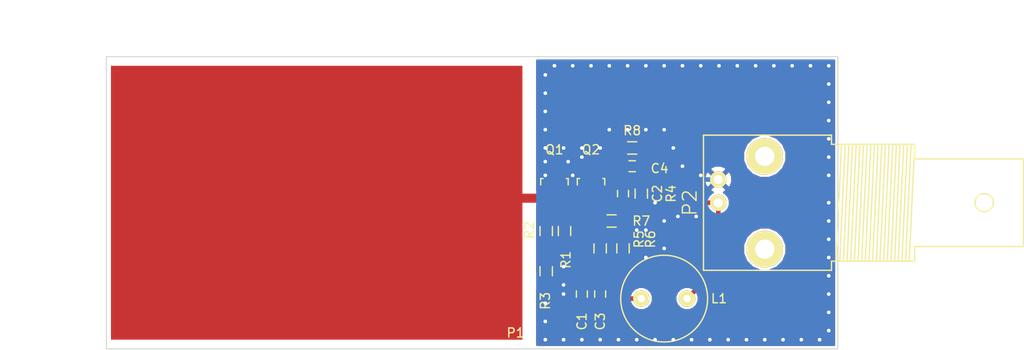
<source format=kicad_pcb>
(kicad_pcb (version 4) (host pcbnew "(2015-07-09 BZR 5919)-product")

  (general
    (links 26)
    (no_connects 0)
    (area 59.000001 80.15 171.575001 118.050001)
    (thickness 1.6)
    (drawings 11)
    (tracks 225)
    (zones 0)
    (modules 17)
    (nets 10)
  )

  (page A4)
  (title_block
    (title "PA0RDT MiniWhip HF Antenna")
    (rev A)
    (comment 1 "An Implentation of the PA0RDT MiniWhip by devthrash")
  )

  (layers
    (0 F.Cu signal)
    (31 B.Cu signal)
    (32 B.Adhes user)
    (33 F.Adhes user)
    (34 B.Paste user)
    (35 F.Paste user)
    (36 B.SilkS user)
    (37 F.SilkS user)
    (38 B.Mask user)
    (39 F.Mask user)
    (40 Dwgs.User user)
    (41 Cmts.User user)
    (42 Eco1.User user)
    (43 Eco2.User user)
    (44 Edge.Cuts user)
    (45 Margin user)
    (46 B.CrtYd user)
    (47 F.CrtYd user)
    (48 B.Fab user)
    (49 F.Fab user)
  )

  (setup
    (last_trace_width 0.5)
    (trace_clearance 0.2)
    (zone_clearance 0.254)
    (zone_45_only no)
    (trace_min 0.2)
    (segment_width 0.2)
    (edge_width 0.1)
    (via_size 0.6)
    (via_drill 0.4)
    (via_min_size 0.4)
    (via_min_drill 0.3)
    (uvia_size 0.3)
    (uvia_drill 0.1)
    (uvias_allowed no)
    (uvia_min_size 0.2)
    (uvia_min_drill 0.1)
    (pcb_text_width 0.3)
    (pcb_text_size 1.5 1.5)
    (mod_edge_width 0.15)
    (mod_text_size 1 1)
    (mod_text_width 0.15)
    (pad_size 1.5 1.5)
    (pad_drill 0.6)
    (pad_to_mask_clearance 0)
    (aux_axis_origin 0 0)
    (visible_elements FFFEFF7F)
    (pcbplotparams
      (layerselection 0x010f0_80000001)
      (usegerberextensions true)
      (excludeedgelayer true)
      (linewidth 0.100000)
      (plotframeref false)
      (viasonmask false)
      (mode 1)
      (useauxorigin false)
      (hpglpennumber 1)
      (hpglpenspeed 20)
      (hpglpendiameter 15)
      (hpglpenoverlay 2)
      (psnegative false)
      (psa4output false)
      (plotreference true)
      (plotvalue false)
      (plotinvisibletext false)
      (padsonsilk false)
      (subtractmaskfromsilk false)
      (outputformat 1)
      (mirror false)
      (drillshape 0)
      (scaleselection 1)
      (outputdirectory gerbers/))
  )

  (net 0 "")
  (net 1 GND)
  (net 2 "Net-(C2-Pad1)")
  (net 3 "Net-(C2-Pad2)")
  (net 4 "Net-(C4-Pad2)")
  (net 5 "Net-(Q2-Pad2)")
  (net 6 "Net-(R1-Pad2)")
  (net 7 VCC)
  (net 8 /P_IN)
  (net 9 /PROBE)

  (net_class Default "This is the default net class."
    (clearance 0.2)
    (trace_width 0.5)
    (via_dia 0.6)
    (via_drill 0.4)
    (uvia_dia 0.3)
    (uvia_drill 0.1)
    (add_net GND)
    (add_net "Net-(C2-Pad1)")
    (add_net "Net-(C2-Pad2)")
    (add_net "Net-(C4-Pad2)")
    (add_net "Net-(Q2-Pad2)")
    (add_net "Net-(R1-Pad2)")
  )

  (net_class POWER ""
    (clearance 0.2)
    (trace_width 0.5)
    (via_dia 0.6)
    (via_drill 0.4)
    (uvia_dia 0.3)
    (uvia_drill 0.1)
    (add_net /P_IN)
    (add_net VCC)
  )

  (net_class PROBE ""
    (clearance 0.2)
    (trace_width 1)
    (via_dia 0.6)
    (via_drill 0.4)
    (uvia_dia 0.3)
    (uvia_drill 0.1)
    (add_net /PROBE)
  )

  (module Capacitors_SMD:C_0603_HandSoldering (layer F.Cu) (tedit 55BBB3DC) (tstamp 55BBAF78)
    (at 123 112 270)
    (descr "Capacitor SMD 0603, hand soldering")
    (tags "capacitor 0603")
    (path /55BBABAD)
    (attr smd)
    (fp_text reference C1 (at 3 0 270) (layer F.SilkS)
      (effects (font (size 1 1) (thickness 0.15)))
    )
    (fp_text value 100nF (at 0 1.9 270) (layer F.Fab)
      (effects (font (size 1 1) (thickness 0.15)))
    )
    (fp_line (start -1.85 -0.75) (end 1.85 -0.75) (layer F.CrtYd) (width 0.05))
    (fp_line (start -1.85 0.75) (end 1.85 0.75) (layer F.CrtYd) (width 0.05))
    (fp_line (start -1.85 -0.75) (end -1.85 0.75) (layer F.CrtYd) (width 0.05))
    (fp_line (start 1.85 -0.75) (end 1.85 0.75) (layer F.CrtYd) (width 0.05))
    (fp_line (start -0.35 -0.6) (end 0.35 -0.6) (layer F.SilkS) (width 0.15))
    (fp_line (start 0.35 0.6) (end -0.35 0.6) (layer F.SilkS) (width 0.15))
    (pad 1 smd rect (at -0.95 0 270) (size 1.2 0.75) (layers F.Cu F.Paste F.Mask)
      (net 7 VCC))
    (pad 2 smd rect (at 0.95 0 270) (size 1.2 0.75) (layers F.Cu F.Paste F.Mask)
      (net 1 GND))
    (model Capacitors_SMD.3dshapes/C_0603_HandSoldering.wrl
      (at (xyz 0 0 0))
      (scale (xyz 1 1 1))
      (rotate (xyz 0 0 0))
    )
  )

  (module Capacitors_SMD:C_0603_HandSoldering (layer F.Cu) (tedit 55BBB3BE) (tstamp 55BBAF7E)
    (at 127.5 101 90)
    (descr "Capacitor SMD 0603, hand soldering")
    (tags "capacitor 0603")
    (path /55BBAF9A)
    (attr smd)
    (fp_text reference C2 (at 0 3.75 90) (layer F.SilkS)
      (effects (font (size 1 1) (thickness 0.15)))
    )
    (fp_text value 100nF (at 0 1.9 90) (layer F.Fab)
      (effects (font (size 1 1) (thickness 0.15)))
    )
    (fp_line (start -1.85 -0.75) (end 1.85 -0.75) (layer F.CrtYd) (width 0.05))
    (fp_line (start -1.85 0.75) (end 1.85 0.75) (layer F.CrtYd) (width 0.05))
    (fp_line (start -1.85 -0.75) (end -1.85 0.75) (layer F.CrtYd) (width 0.05))
    (fp_line (start 1.85 -0.75) (end 1.85 0.75) (layer F.CrtYd) (width 0.05))
    (fp_line (start -0.35 -0.6) (end 0.35 -0.6) (layer F.SilkS) (width 0.15))
    (fp_line (start 0.35 0.6) (end -0.35 0.6) (layer F.SilkS) (width 0.15))
    (pad 1 smd rect (at -0.95 0 90) (size 1.2 0.75) (layers F.Cu F.Paste F.Mask)
      (net 2 "Net-(C2-Pad1)"))
    (pad 2 smd rect (at 0.95 0 90) (size 1.2 0.75) (layers F.Cu F.Paste F.Mask)
      (net 3 "Net-(C2-Pad2)"))
    (model Capacitors_SMD.3dshapes/C_0603_HandSoldering.wrl
      (at (xyz 0 0 0))
      (scale (xyz 1 1 1))
      (rotate (xyz 0 0 0))
    )
  )

  (module Capacitors_SMD:C_0603_HandSoldering (layer F.Cu) (tedit 55BBB3DB) (tstamp 55BBAF84)
    (at 125 112 90)
    (descr "Capacitor SMD 0603, hand soldering")
    (tags "capacitor 0603")
    (path /55BBB8F1)
    (attr smd)
    (fp_text reference C3 (at -3 0 90) (layer F.SilkS)
      (effects (font (size 1 1) (thickness 0.15)))
    )
    (fp_text value 100nF (at 0 1.9 90) (layer F.Fab)
      (effects (font (size 1 1) (thickness 0.15)))
    )
    (fp_line (start -1.85 -0.75) (end 1.85 -0.75) (layer F.CrtYd) (width 0.05))
    (fp_line (start -1.85 0.75) (end 1.85 0.75) (layer F.CrtYd) (width 0.05))
    (fp_line (start -1.85 -0.75) (end -1.85 0.75) (layer F.CrtYd) (width 0.05))
    (fp_line (start 1.85 -0.75) (end 1.85 0.75) (layer F.CrtYd) (width 0.05))
    (fp_line (start -0.35 -0.6) (end 0.35 -0.6) (layer F.SilkS) (width 0.15))
    (fp_line (start 0.35 0.6) (end -0.35 0.6) (layer F.SilkS) (width 0.15))
    (pad 1 smd rect (at -0.95 0 90) (size 1.2 0.75) (layers F.Cu F.Paste F.Mask)
      (net 1 GND))
    (pad 2 smd rect (at 0.95 0 90) (size 1.2 0.75) (layers F.Cu F.Paste F.Mask)
      (net 7 VCC))
    (model Capacitors_SMD.3dshapes/C_0603_HandSoldering.wrl
      (at (xyz 0 0 0))
      (scale (xyz 1 1 1))
      (rotate (xyz 0 0 0))
    )
  )

  (module Capacitors_SMD:C_0603_HandSoldering (layer F.Cu) (tedit 55BBB3B8) (tstamp 55BBAF8A)
    (at 128.5 98 180)
    (descr "Capacitor SMD 0603, hand soldering")
    (tags "capacitor 0603")
    (path /55BBB64D)
    (attr smd)
    (fp_text reference C4 (at -3 -0.25 180) (layer F.SilkS)
      (effects (font (size 1 1) (thickness 0.15)))
    )
    (fp_text value 100nF (at 0 1.9 180) (layer F.Fab)
      (effects (font (size 1 1) (thickness 0.15)))
    )
    (fp_line (start -1.85 -0.75) (end 1.85 -0.75) (layer F.CrtYd) (width 0.05))
    (fp_line (start -1.85 0.75) (end 1.85 0.75) (layer F.CrtYd) (width 0.05))
    (fp_line (start -1.85 -0.75) (end -1.85 0.75) (layer F.CrtYd) (width 0.05))
    (fp_line (start 1.85 -0.75) (end 1.85 0.75) (layer F.CrtYd) (width 0.05))
    (fp_line (start -0.35 -0.6) (end 0.35 -0.6) (layer F.SilkS) (width 0.15))
    (fp_line (start 0.35 0.6) (end -0.35 0.6) (layer F.SilkS) (width 0.15))
    (pad 1 smd rect (at -0.95 0 180) (size 1.2 0.75) (layers F.Cu F.Paste F.Mask)
      (net 8 /P_IN))
    (pad 2 smd rect (at 0.95 0 180) (size 1.2 0.75) (layers F.Cu F.Paste F.Mask)
      (net 4 "Net-(C4-Pad2)"))
    (model Capacitors_SMD.3dshapes/C_0603_HandSoldering.wrl
      (at (xyz 0 0 0))
      (scale (xyz 1 1 1))
      (rotate (xyz 0 0 0))
    )
  )

  (module decthrash:FASTRON-09P (layer F.Cu) (tedit 55BBB3F4) (tstamp 55BBAF91)
    (at 132 112.5)
    (path /55BBB7AE)
    (fp_text reference L1 (at 6 0) (layer F.SilkS)
      (effects (font (size 1 1) (thickness 0.15)))
    )
    (fp_text value 470uH (at 0 -5.5) (layer F.Fab) hide
      (effects (font (size 1 1) (thickness 0.15)))
    )
    (fp_circle (center 0 0) (end 4.75 0) (layer F.SilkS) (width 0.15))
    (pad 1 thru_hole circle (at -2.5 0) (size 1.8 1.8) (drill 0.8) (layers *.Cu *.Mask F.SilkS)
      (net 7 VCC))
    (pad 2 thru_hole circle (at 2.5 0) (size 1.8 1.8) (drill 0.8) (layers *.Cu *.Mask F.SilkS)
      (net 8 /P_IN))
  )

  (module decthrash:MINIWHIP (layer F.Cu) (tedit 55BBB3F9) (tstamp 55BBAF96)
    (at 94 102)
    (path /55BBC0DB)
    (fp_text reference P1 (at 21.75 14.25) (layer F.SilkS)
      (effects (font (size 1 1) (thickness 0.15)))
    )
    (fp_text value MINIWHIP (at 19.25 -15.7) (layer F.Fab) hide
      (effects (font (size 1 1) (thickness 0.15)))
    )
    (pad 1 smd rect (at 0 0) (size 45 30) (layers F.Cu)
      (net 9 /PROBE))
  )

  (module decthrash:BNC_horizontal (layer F.Cu) (tedit 5509B7B0) (tstamp 55BBAFC5)
    (at 143 102 270)
    (path /55BBC773)
    (fp_text reference P2 (at 0 8.2 270) (layer F.SilkS)
      (effects (font (size 1.5 1.5) (thickness 0.15)))
    )
    (fp_text value BNC (at 0 10.2 270) (layer F.Fab) hide
      (effects (font (size 1.5 1.5) (thickness 0.15)))
    )
    (fp_circle (center 0 -24) (end 0 -25) (layer F.SilkS) (width 0.15))
    (fp_line (start -6.4 -8.4) (end 6.4 -7.8) (layer F.SilkS) (width 0.15))
    (fp_line (start -6.4 -8.8) (end 6.4 -8.2) (layer F.SilkS) (width 0.15))
    (fp_line (start -6.4 -9.2) (end 6.4 -8.6) (layer F.SilkS) (width 0.15))
    (fp_line (start -6.4 -9.6) (end 6.4 -9) (layer F.SilkS) (width 0.15))
    (fp_line (start -6.4 -10) (end 6.4 -9.4) (layer F.SilkS) (width 0.15))
    (fp_line (start -6.4 -10.4) (end 6.4 -9.8) (layer F.SilkS) (width 0.15))
    (fp_line (start -6.4 -10.8) (end 6.4 -10.2) (layer F.SilkS) (width 0.15))
    (fp_line (start -6.4 -11.2) (end 6.4 -10.6) (layer F.SilkS) (width 0.15))
    (fp_line (start -6.4 -11.6) (end 6.4 -11) (layer F.SilkS) (width 0.15))
    (fp_line (start -6.4 -12) (end 6.4 -11.4) (layer F.SilkS) (width 0.15))
    (fp_line (start -6.4 -12.4) (end 6.4 -11.8) (layer F.SilkS) (width 0.15))
    (fp_line (start -6.4 -12.8) (end 6.4 -12.2) (layer F.SilkS) (width 0.15))
    (fp_line (start -6.4 -13.2) (end 6.4 -12.6) (layer F.SilkS) (width 0.15))
    (fp_line (start -6.4 -13.6) (end 6.4 -13) (layer F.SilkS) (width 0.15))
    (fp_line (start -6.4 -14) (end 6.4 -13.4) (layer F.SilkS) (width 0.15))
    (fp_line (start -6.4 -14.4) (end 6.4 -13.8) (layer F.SilkS) (width 0.15))
    (fp_line (start -6.4 -14.8) (end 6.4 -14.2) (layer F.SilkS) (width 0.15))
    (fp_line (start -6.4 -15.2) (end 6.4 -14.6) (layer F.SilkS) (width 0.15))
    (fp_line (start -6.4 -15.6) (end 6.4 -15) (layer F.SilkS) (width 0.15))
    (fp_line (start -6.4 -16) (end 6.4 -15.4) (layer F.SilkS) (width 0.15))
    (fp_line (start -6.4 -16.4) (end 6.4 -15.8) (layer F.SilkS) (width 0.15))
    (fp_line (start 0 6.7) (end -7.4 6.7) (layer F.SilkS) (width 0.15))
    (fp_line (start -7.4 6.7) (end -7.4 6.6) (layer F.SilkS) (width 0.15))
    (fp_line (start -7.4 0) (end -7.4 6.6) (layer F.SilkS) (width 0.15))
    (fp_line (start 7.3 6.7) (end 7.4 6.7) (layer F.SilkS) (width 0.15))
    (fp_line (start 7.4 6.7) (end 7.4 0) (layer F.SilkS) (width 0.15))
    (fp_line (start 0 6.7) (end 7.3 6.7) (layer F.SilkS) (width 0.15))
    (fp_line (start -4.8 -28.3) (end 4.8 -28.3) (layer F.SilkS) (width 0.15))
    (fp_line (start -4.8 -16.4) (end -4.8 -28.3) (layer F.SilkS) (width 0.15))
    (fp_line (start 4.8 -16.4) (end 4.8 -28.3) (layer F.SilkS) (width 0.15))
    (fp_line (start 6.4 -16.4) (end 4.8 -16.4) (layer F.SilkS) (width 0.15))
    (fp_line (start -6.4 -16.4) (end -4.8 -16.4) (layer F.SilkS) (width 0.15))
    (fp_line (start -6.4 -7.3) (end -6.4 -16.4) (layer F.SilkS) (width 0.15))
    (fp_line (start 6.4 -7.3) (end 6.4 -16.4) (layer F.SilkS) (width 0.15))
    (fp_line (start 7.4 -7.3) (end 6.4 -7.3) (layer F.SilkS) (width 0.15))
    (fp_line (start -6.4 -7.3) (end -7.4 -7.3) (layer F.SilkS) (width 0.15))
    (fp_line (start 7.4 0) (end 7.4 -7.3) (layer F.SilkS) (width 0.15))
    (fp_line (start -7.4 0) (end -7.4 -7.3) (layer F.SilkS) (width 0.15))
    (pad "" thru_hole circle (at -5.08 0 270) (size 4 4) (drill 2.1) (layers *.Cu *.Mask F.SilkS))
    (pad "" thru_hole circle (at 5.08 0 270) (size 4 4) (drill 2.1) (layers *.Cu *.Mask F.SilkS))
    (pad 1 thru_hole circle (at 0 5.08 270) (size 1.8 1.8) (drill 1) (layers *.Cu *.Mask F.SilkS)
      (net 8 /P_IN))
    (pad 2 thru_hole circle (at -2.54 5.08 270) (size 1.8 1.8) (drill 1) (layers *.Cu *.Mask F.SilkS)
      (net 1 GND))
  )

  (module Housings_SOT-23_SOT-143_TSOT-6:SOT-23_Handsoldering (layer F.Cu) (tedit 54E9291B) (tstamp 55BBAFCC)
    (at 120 100)
    (descr "SOT-23, Handsoldering")
    (tags SOT-23)
    (path /55BBA7F2)
    (attr smd)
    (fp_text reference Q1 (at 0 -3.81) (layer F.SilkS)
      (effects (font (size 1 1) (thickness 0.15)))
    )
    (fp_text value MMBF5485 (at 0 3.81) (layer F.Fab)
      (effects (font (size 1 1) (thickness 0.15)))
    )
    (fp_line (start -1.49982 0.0508) (end -1.49982 -0.65024) (layer F.SilkS) (width 0.15))
    (fp_line (start -1.49982 -0.65024) (end -1.2509 -0.65024) (layer F.SilkS) (width 0.15))
    (fp_line (start 1.29916 -0.65024) (end 1.49982 -0.65024) (layer F.SilkS) (width 0.15))
    (fp_line (start 1.49982 -0.65024) (end 1.49982 0.0508) (layer F.SilkS) (width 0.15))
    (pad 1 smd rect (at -0.95 1.50114) (size 0.8001 1.80086) (layers F.Cu F.Paste F.Mask)
      (net 9 /PROBE))
    (pad 2 smd rect (at 0.95 1.50114) (size 0.8001 1.80086) (layers F.Cu F.Paste F.Mask)
      (net 7 VCC))
    (pad 3 smd rect (at 0 -1.50114) (size 0.8001 1.80086) (layers F.Cu F.Paste F.Mask)
      (net 3 "Net-(C2-Pad2)"))
    (model Housings_SOT-23_SOT-143_TSOT-6.3dshapes/SOT-23_Handsoldering.wrl
      (at (xyz 0 0 0))
      (scale (xyz 1 1 1))
      (rotate (xyz 0 0 0))
    )
  )

  (module Housings_SOT-23_SOT-143_TSOT-6:SOT-23_Handsoldering (layer F.Cu) (tedit 54E9291B) (tstamp 55BBAFD3)
    (at 124 100)
    (descr "SOT-23, Handsoldering")
    (tags SOT-23)
    (path /55BBA8CF)
    (attr smd)
    (fp_text reference Q2 (at 0 -3.81) (layer F.SilkS)
      (effects (font (size 1 1) (thickness 0.15)))
    )
    (fp_text value BFR92 (at 0 3.81) (layer F.Fab)
      (effects (font (size 1 1) (thickness 0.15)))
    )
    (fp_line (start -1.49982 0.0508) (end -1.49982 -0.65024) (layer F.SilkS) (width 0.15))
    (fp_line (start -1.49982 -0.65024) (end -1.2509 -0.65024) (layer F.SilkS) (width 0.15))
    (fp_line (start 1.29916 -0.65024) (end 1.49982 -0.65024) (layer F.SilkS) (width 0.15))
    (fp_line (start 1.49982 -0.65024) (end 1.49982 0.0508) (layer F.SilkS) (width 0.15))
    (pad 1 smd rect (at -0.95 1.50114) (size 0.8001 1.80086) (layers F.Cu F.Paste F.Mask)
      (net 7 VCC))
    (pad 2 smd rect (at 0.95 1.50114) (size 0.8001 1.80086) (layers F.Cu F.Paste F.Mask)
      (net 5 "Net-(Q2-Pad2)"))
    (pad 3 smd rect (at 0 -1.50114) (size 0.8001 1.80086) (layers F.Cu F.Paste F.Mask)
      (net 4 "Net-(C4-Pad2)"))
    (model Housings_SOT-23_SOT-143_TSOT-6.3dshapes/SOT-23_Handsoldering.wrl
      (at (xyz 0 0 0))
      (scale (xyz 1 1 1))
      (rotate (xyz 0 0 0))
    )
  )

  (module Resistors_SMD:R_0603_HandSoldering (layer F.Cu) (tedit 55BBB3EC) (tstamp 55BBAFD9)
    (at 121.1 105.1 270)
    (descr "Resistor SMD 0603, hand soldering")
    (tags "resistor 0603")
    (path /55BBAA3A)
    (attr smd)
    (fp_text reference R1 (at 3.15 -0.15 270) (layer F.SilkS)
      (effects (font (size 1 1) (thickness 0.15)))
    )
    (fp_text value 1M (at 0 1.9 270) (layer F.Fab)
      (effects (font (size 1 1) (thickness 0.15)))
    )
    (fp_line (start -2 -0.8) (end 2 -0.8) (layer F.CrtYd) (width 0.05))
    (fp_line (start -2 0.8) (end 2 0.8) (layer F.CrtYd) (width 0.05))
    (fp_line (start -2 -0.8) (end -2 0.8) (layer F.CrtYd) (width 0.05))
    (fp_line (start 2 -0.8) (end 2 0.8) (layer F.CrtYd) (width 0.05))
    (fp_line (start 0.5 0.675) (end -0.5 0.675) (layer F.SilkS) (width 0.15))
    (fp_line (start -0.5 -0.675) (end 0.5 -0.675) (layer F.SilkS) (width 0.15))
    (pad 1 smd rect (at -1.1 0 270) (size 1.2 0.9) (layers F.Cu F.Paste F.Mask)
      (net 7 VCC))
    (pad 2 smd rect (at 1.1 0 270) (size 1.2 0.9) (layers F.Cu F.Paste F.Mask)
      (net 6 "Net-(R1-Pad2)"))
    (model Resistors_SMD.3dshapes/R_0603_HandSoldering.wrl
      (at (xyz 0 0 0))
      (scale (xyz 1 1 1))
      (rotate (xyz 0 0 0))
    )
  )

  (module Resistors_SMD:R_0603_HandSoldering (layer F.Cu) (tedit 55BBB3E8) (tstamp 55BBAFDF)
    (at 119.1 105.1 270)
    (descr "Resistor SMD 0603, hand soldering")
    (tags "resistor 0603")
    (path /55BBA9A1)
    (attr smd)
    (fp_text reference R2 (at -0.1 1.85 270) (layer F.SilkS)
      (effects (font (size 1 1) (thickness 0.15)))
    )
    (fp_text value 1M (at 0 1.9 270) (layer F.Fab)
      (effects (font (size 1 1) (thickness 0.15)))
    )
    (fp_line (start -2 -0.8) (end 2 -0.8) (layer F.CrtYd) (width 0.05))
    (fp_line (start -2 0.8) (end 2 0.8) (layer F.CrtYd) (width 0.05))
    (fp_line (start -2 -0.8) (end -2 0.8) (layer F.CrtYd) (width 0.05))
    (fp_line (start 2 -0.8) (end 2 0.8) (layer F.CrtYd) (width 0.05))
    (fp_line (start 0.5 0.675) (end -0.5 0.675) (layer F.SilkS) (width 0.15))
    (fp_line (start -0.5 -0.675) (end 0.5 -0.675) (layer F.SilkS) (width 0.15))
    (pad 1 smd rect (at -1.1 0 270) (size 1.2 0.9) (layers F.Cu F.Paste F.Mask)
      (net 9 /PROBE))
    (pad 2 smd rect (at 1.1 0 270) (size 1.2 0.9) (layers F.Cu F.Paste F.Mask)
      (net 6 "Net-(R1-Pad2)"))
    (model Resistors_SMD.3dshapes/R_0603_HandSoldering.wrl
      (at (xyz 0 0 0))
      (scale (xyz 1 1 1))
      (rotate (xyz 0 0 0))
    )
  )

  (module Resistors_SMD:R_0603_HandSoldering (layer F.Cu) (tedit 55BBB3DF) (tstamp 55BBAFE5)
    (at 119.1 109.5 270)
    (descr "Resistor SMD 0603, hand soldering")
    (tags "resistor 0603")
    (path /55BBA9F8)
    (attr smd)
    (fp_text reference R3 (at 3.25 0.1 270) (layer F.SilkS)
      (effects (font (size 1 1) (thickness 0.15)))
    )
    (fp_text value 1M (at 0 1.9 270) (layer F.Fab)
      (effects (font (size 1 1) (thickness 0.15)))
    )
    (fp_line (start -2 -0.8) (end 2 -0.8) (layer F.CrtYd) (width 0.05))
    (fp_line (start -2 0.8) (end 2 0.8) (layer F.CrtYd) (width 0.05))
    (fp_line (start -2 -0.8) (end -2 0.8) (layer F.CrtYd) (width 0.05))
    (fp_line (start 2 -0.8) (end 2 0.8) (layer F.CrtYd) (width 0.05))
    (fp_line (start 0.5 0.675) (end -0.5 0.675) (layer F.SilkS) (width 0.15))
    (fp_line (start -0.5 -0.675) (end 0.5 -0.675) (layer F.SilkS) (width 0.15))
    (pad 1 smd rect (at -1.1 0 270) (size 1.2 0.9) (layers F.Cu F.Paste F.Mask)
      (net 6 "Net-(R1-Pad2)"))
    (pad 2 smd rect (at 1.1 0 270) (size 1.2 0.9) (layers F.Cu F.Paste F.Mask)
      (net 1 GND))
    (model Resistors_SMD.3dshapes/R_0603_HandSoldering.wrl
      (at (xyz 0 0 0))
      (scale (xyz 1 1 1))
      (rotate (xyz 0 0 0))
    )
  )

  (module Resistors_SMD:R_0603_HandSoldering (layer F.Cu) (tedit 55BBB3C0) (tstamp 55BBAFEB)
    (at 129.5 101 270)
    (descr "Resistor SMD 0603, hand soldering")
    (tags "resistor 0603")
    (path /55BBAE04)
    (attr smd)
    (fp_text reference R4 (at 0 -3.25 270) (layer F.SilkS)
      (effects (font (size 1 1) (thickness 0.15)))
    )
    (fp_text value 680 (at 0 1.9 270) (layer F.Fab)
      (effects (font (size 1 1) (thickness 0.15)))
    )
    (fp_line (start -2 -0.8) (end 2 -0.8) (layer F.CrtYd) (width 0.05))
    (fp_line (start -2 0.8) (end 2 0.8) (layer F.CrtYd) (width 0.05))
    (fp_line (start -2 -0.8) (end -2 0.8) (layer F.CrtYd) (width 0.05))
    (fp_line (start 2 -0.8) (end 2 0.8) (layer F.CrtYd) (width 0.05))
    (fp_line (start 0.5 0.675) (end -0.5 0.675) (layer F.SilkS) (width 0.15))
    (fp_line (start -0.5 -0.675) (end 0.5 -0.675) (layer F.SilkS) (width 0.15))
    (pad 1 smd rect (at -1.1 0 270) (size 1.2 0.9) (layers F.Cu F.Paste F.Mask)
      (net 3 "Net-(C2-Pad2)"))
    (pad 2 smd rect (at 1.1 0 270) (size 1.2 0.9) (layers F.Cu F.Paste F.Mask)
      (net 1 GND))
    (model Resistors_SMD.3dshapes/R_0603_HandSoldering.wrl
      (at (xyz 0 0 0))
      (scale (xyz 1 1 1))
      (rotate (xyz 0 0 0))
    )
  )

  (module Resistors_SMD:R_0603_HandSoldering (layer F.Cu) (tedit 55BBB3CB) (tstamp 55BBAFF1)
    (at 125 107 90)
    (descr "Resistor SMD 0603, hand soldering")
    (tags "resistor 0603")
    (path /55BBAF05)
    (attr smd)
    (fp_text reference R5 (at 1 4.25 90) (layer F.SilkS)
      (effects (font (size 1 1) (thickness 0.15)))
    )
    (fp_text value 2k2 (at 0 1.9 90) (layer F.Fab)
      (effects (font (size 1 1) (thickness 0.15)))
    )
    (fp_line (start -2 -0.8) (end 2 -0.8) (layer F.CrtYd) (width 0.05))
    (fp_line (start -2 0.8) (end 2 0.8) (layer F.CrtYd) (width 0.05))
    (fp_line (start -2 -0.8) (end -2 0.8) (layer F.CrtYd) (width 0.05))
    (fp_line (start 2 -0.8) (end 2 0.8) (layer F.CrtYd) (width 0.05))
    (fp_line (start 0.5 0.675) (end -0.5 0.675) (layer F.SilkS) (width 0.15))
    (fp_line (start -0.5 -0.675) (end 0.5 -0.675) (layer F.SilkS) (width 0.15))
    (pad 1 smd rect (at -1.1 0 90) (size 1.2 0.9) (layers F.Cu F.Paste F.Mask)
      (net 7 VCC))
    (pad 2 smd rect (at 1.1 0 90) (size 1.2 0.9) (layers F.Cu F.Paste F.Mask)
      (net 2 "Net-(C2-Pad1)"))
    (model Resistors_SMD.3dshapes/R_0603_HandSoldering.wrl
      (at (xyz 0 0 0))
      (scale (xyz 1 1 1))
      (rotate (xyz 0 0 0))
    )
  )

  (module Resistors_SMD:R_0603_HandSoldering (layer F.Cu) (tedit 55BBB3CD) (tstamp 55BBAFF7)
    (at 127.5 107 270)
    (descr "Resistor SMD 0603, hand soldering")
    (tags "resistor 0603")
    (path /55BBB0F0)
    (attr smd)
    (fp_text reference R6 (at -1 -3 270) (layer F.SilkS)
      (effects (font (size 1 1) (thickness 0.15)))
    )
    (fp_text value 10k (at 0 1.9 270) (layer F.Fab)
      (effects (font (size 1 1) (thickness 0.15)))
    )
    (fp_line (start -2 -0.8) (end 2 -0.8) (layer F.CrtYd) (width 0.05))
    (fp_line (start -2 0.8) (end 2 0.8) (layer F.CrtYd) (width 0.05))
    (fp_line (start -2 -0.8) (end -2 0.8) (layer F.CrtYd) (width 0.05))
    (fp_line (start 2 -0.8) (end 2 0.8) (layer F.CrtYd) (width 0.05))
    (fp_line (start 0.5 0.675) (end -0.5 0.675) (layer F.SilkS) (width 0.15))
    (fp_line (start -0.5 -0.675) (end 0.5 -0.675) (layer F.SilkS) (width 0.15))
    (pad 1 smd rect (at -1.1 0 270) (size 1.2 0.9) (layers F.Cu F.Paste F.Mask)
      (net 2 "Net-(C2-Pad1)"))
    (pad 2 smd rect (at 1.1 0 270) (size 1.2 0.9) (layers F.Cu F.Paste F.Mask)
      (net 1 GND))
    (model Resistors_SMD.3dshapes/R_0603_HandSoldering.wrl
      (at (xyz 0 0 0))
      (scale (xyz 1 1 1))
      (rotate (xyz 0 0 0))
    )
  )

  (module Resistors_SMD:R_0603_HandSoldering (layer F.Cu) (tedit 55BBB3C3) (tstamp 55BBAFFD)
    (at 126.25 104)
    (descr "Resistor SMD 0603, hand soldering")
    (tags "resistor 0603")
    (path /55BBB214)
    (attr smd)
    (fp_text reference R7 (at 3.25 0) (layer F.SilkS)
      (effects (font (size 1 1) (thickness 0.15)))
    )
    (fp_text value 47 (at 0 1.9) (layer F.Fab)
      (effects (font (size 1 1) (thickness 0.15)))
    )
    (fp_line (start -2 -0.8) (end 2 -0.8) (layer F.CrtYd) (width 0.05))
    (fp_line (start -2 0.8) (end 2 0.8) (layer F.CrtYd) (width 0.05))
    (fp_line (start -2 -0.8) (end -2 0.8) (layer F.CrtYd) (width 0.05))
    (fp_line (start 2 -0.8) (end 2 0.8) (layer F.CrtYd) (width 0.05))
    (fp_line (start 0.5 0.675) (end -0.5 0.675) (layer F.SilkS) (width 0.15))
    (fp_line (start -0.5 -0.675) (end 0.5 -0.675) (layer F.SilkS) (width 0.15))
    (pad 1 smd rect (at -1.1 0) (size 1.2 0.9) (layers F.Cu F.Paste F.Mask)
      (net 5 "Net-(Q2-Pad2)"))
    (pad 2 smd rect (at 1.1 0) (size 1.2 0.9) (layers F.Cu F.Paste F.Mask)
      (net 2 "Net-(C2-Pad1)"))
    (model Resistors_SMD.3dshapes/R_0603_HandSoldering.wrl
      (at (xyz 0 0 0))
      (scale (xyz 1 1 1))
      (rotate (xyz 0 0 0))
    )
  )

  (module Resistors_SMD:R_0603_HandSoldering (layer F.Cu) (tedit 5418A00F) (tstamp 55BBB003)
    (at 128.5 96)
    (descr "Resistor SMD 0603, hand soldering")
    (tags "resistor 0603")
    (path /55BBB3B1)
    (attr smd)
    (fp_text reference R8 (at 0 -1.9) (layer F.SilkS)
      (effects (font (size 1 1) (thickness 0.15)))
    )
    (fp_text value 220 (at 0 1.9) (layer F.Fab)
      (effects (font (size 1 1) (thickness 0.15)))
    )
    (fp_line (start -2 -0.8) (end 2 -0.8) (layer F.CrtYd) (width 0.05))
    (fp_line (start -2 0.8) (end 2 0.8) (layer F.CrtYd) (width 0.05))
    (fp_line (start -2 -0.8) (end -2 0.8) (layer F.CrtYd) (width 0.05))
    (fp_line (start 2 -0.8) (end 2 0.8) (layer F.CrtYd) (width 0.05))
    (fp_line (start 0.5 0.675) (end -0.5 0.675) (layer F.SilkS) (width 0.15))
    (fp_line (start -0.5 -0.675) (end 0.5 -0.675) (layer F.SilkS) (width 0.15))
    (pad 1 smd rect (at -1.1 0) (size 1.2 0.9) (layers F.Cu F.Paste F.Mask)
      (net 4 "Net-(C4-Pad2)"))
    (pad 2 smd rect (at 1.1 0) (size 1.2 0.9) (layers F.Cu F.Paste F.Mask)
      (net 1 GND))
    (model Resistors_SMD.3dshapes/R_0603_HandSoldering.wrl
      (at (xyz 0 0 0))
      (scale (xyz 1 1 1))
      (rotate (xyz 0 0 0))
    )
  )

  (gr_text "PA0RDT MiniWhip Rev. A\n2015 g4lvanix" (at 134 91) (layer F.Mask)
    (effects (font (size 1.5 1.5) (thickness 0.3)))
  )
  (gr_line (start 151 118) (end 146 118) (angle 90) (layer Edge.Cuts) (width 0.1))
  (gr_line (start 151 86) (end 151 118) (angle 90) (layer Edge.Cuts) (width 0.1))
  (gr_line (start 146 86) (end 151 86) (angle 90) (layer Edge.Cuts) (width 0.1))
  (dimension 5 (width 0.3) (layer Dwgs.User)
    (gr_text "5,000 mm" (at 148.5 81.65) (layer Dwgs.User)
      (effects (font (size 1.5 1.5) (thickness 0.3)))
    )
    (feature1 (pts (xy 151 86) (xy 151 80.3)))
    (feature2 (pts (xy 146 86) (xy 146 80.3)))
    (crossbar (pts (xy 146 83) (xy 151 83)))
    (arrow1a (pts (xy 151 83) (xy 149.873496 83.586421)))
    (arrow1b (pts (xy 151 83) (xy 149.873496 82.413579)))
    (arrow2a (pts (xy 146 83) (xy 147.126504 83.586421)))
    (arrow2b (pts (xy 146 83) (xy 147.126504 82.413579)))
  )
  (gr_line (start 145 118) (end 146 118) (angle 90) (layer Edge.Cuts) (width 0.1))
  (gr_line (start 71 118) (end 145 118) (angle 90) (layer Edge.Cuts) (width 0.1))
  (gr_line (start 71 86) (end 71 118) (angle 90) (layer Edge.Cuts) (width 0.1))
  (gr_line (start 146 86) (end 71 86) (angle 90) (layer Edge.Cuts) (width 0.1))
  (dimension 32 (width 0.3) (layer Dwgs.User)
    (gr_text "32,000 mm" (at 65.65 102 270) (layer Dwgs.User)
      (effects (font (size 1.5 1.5) (thickness 0.3)))
    )
    (feature1 (pts (xy 71 118) (xy 64.3 118)))
    (feature2 (pts (xy 71 86) (xy 64.3 86)))
    (crossbar (pts (xy 67 86) (xy 67 118)))
    (arrow1a (pts (xy 67 118) (xy 66.413579 116.873496)))
    (arrow1b (pts (xy 67 118) (xy 67.586421 116.873496)))
    (arrow2a (pts (xy 67 86) (xy 66.413579 87.126504)))
    (arrow2b (pts (xy 67 86) (xy 67.586421 87.126504)))
  )
  (dimension 75 (width 0.3) (layer Dwgs.User)
    (gr_text "75,000 mm" (at 108.5 81.65) (layer Dwgs.User)
      (effects (font (size 1.5 1.5) (thickness 0.3)))
    )
    (feature1 (pts (xy 146 86) (xy 146 80.3)))
    (feature2 (pts (xy 71 86) (xy 71 80.3)))
    (crossbar (pts (xy 71 83) (xy 146 83)))
    (arrow1a (pts (xy 146 83) (xy 144.873496 83.586421)))
    (arrow1b (pts (xy 146 83) (xy 144.873496 82.413579)))
    (arrow2a (pts (xy 71 83) (xy 72.126504 83.586421)))
    (arrow2b (pts (xy 71 83) (xy 72.126504 82.413579)))
  )

  (segment (start 150 102) (end 150 99) (width 0.5) (layer B.Cu) (net 1) (tstamp 55BBB6BA))
  (via (at 150 102) (size 0.6) (layers F.Cu B.Cu) (net 1))
  (segment (start 150 104) (end 150 102) (width 0.5) (layer F.Cu) (net 1) (tstamp 55BBB6B7))
  (via (at 150 104) (size 0.6) (layers F.Cu B.Cu) (net 1))
  (segment (start 150 106) (end 150 104) (width 0.5) (layer B.Cu) (net 1) (tstamp 55BBB6B4))
  (via (at 150 106) (size 0.6) (layers F.Cu B.Cu) (net 1))
  (segment (start 150 108) (end 150 106) (width 0.5) (layer F.Cu) (net 1) (tstamp 55BBB6B1))
  (via (at 150 108) (size 0.6) (layers F.Cu B.Cu) (net 1))
  (segment (start 150 110) (end 150 108) (width 0.5) (layer B.Cu) (net 1) (tstamp 55BBB6AE))
  (via (at 150 110) (size 0.6) (layers F.Cu B.Cu) (net 1))
  (segment (start 150 112) (end 150 110) (width 0.5) (layer F.Cu) (net 1) (tstamp 55BBB6AB))
  (via (at 150 112) (size 0.6) (layers F.Cu B.Cu) (net 1))
  (segment (start 150 114) (end 150 112) (width 0.5) (layer B.Cu) (net 1) (tstamp 55BBB6A8))
  (via (at 150 114) (size 0.6) (layers F.Cu B.Cu) (net 1))
  (segment (start 150 116) (end 150 114) (width 0.5) (layer F.Cu) (net 1) (tstamp 55BBB6A5))
  (via (at 150 116) (size 0.6) (layers F.Cu B.Cu) (net 1))
  (segment (start 149 117) (end 150 116) (width 0.5) (layer B.Cu) (net 1) (tstamp 55BBB6A2))
  (via (at 149 117) (size 0.6) (layers F.Cu B.Cu) (net 1))
  (segment (start 147 117) (end 149 117) (width 0.5) (layer F.Cu) (net 1) (tstamp 55BBB69F))
  (via (at 147 117) (size 0.6) (layers F.Cu B.Cu) (net 1))
  (segment (start 145 117) (end 147 117) (width 0.5) (layer B.Cu) (net 1) (tstamp 55BBB69C))
  (via (at 145 117) (size 0.6) (layers F.Cu B.Cu) (net 1))
  (segment (start 143 117) (end 145 117) (width 0.5) (layer F.Cu) (net 1) (tstamp 55BBB699))
  (via (at 143 117) (size 0.6) (layers F.Cu B.Cu) (net 1))
  (segment (start 141 117) (end 143 117) (width 0.5) (layer B.Cu) (net 1) (tstamp 55BBB696))
  (via (at 141 117) (size 0.6) (layers F.Cu B.Cu) (net 1))
  (segment (start 139 117) (end 141 117) (width 0.5) (layer F.Cu) (net 1) (tstamp 55BBB693))
  (via (at 139 117) (size 0.6) (layers F.Cu B.Cu) (net 1))
  (segment (start 137 117) (end 139 117) (width 0.5) (layer B.Cu) (net 1) (tstamp 55BBB690))
  (via (at 137 117) (size 0.6) (layers F.Cu B.Cu) (net 1))
  (segment (start 135 117) (end 137 117) (width 0.5) (layer F.Cu) (net 1) (tstamp 55BBB68D))
  (via (at 135 117) (size 0.6) (layers F.Cu B.Cu) (net 1))
  (segment (start 133 117) (end 135 117) (width 0.5) (layer B.Cu) (net 1) (tstamp 55BBB68A))
  (via (at 133 117) (size 0.6) (layers F.Cu B.Cu) (net 1))
  (segment (start 131 117) (end 133 117) (width 0.5) (layer F.Cu) (net 1) (tstamp 55BBB687))
  (via (at 131 117) (size 0.6) (layers F.Cu B.Cu) (net 1))
  (segment (start 129 117) (end 131 117) (width 0.5) (layer B.Cu) (net 1) (tstamp 55BBB684))
  (via (at 129 117) (size 0.6) (layers F.Cu B.Cu) (net 1))
  (segment (start 127 117) (end 129 117) (width 0.5) (layer F.Cu) (net 1) (tstamp 55BBB681))
  (via (at 127 117) (size 0.6) (layers F.Cu B.Cu) (net 1))
  (segment (start 125 117) (end 127 117) (width 0.5) (layer B.Cu) (net 1) (tstamp 55BBB67E))
  (via (at 125 117) (size 0.6) (layers F.Cu B.Cu) (net 1))
  (segment (start 123 117) (end 125 117) (width 0.5) (layer F.Cu) (net 1) (tstamp 55BBB67B))
  (via (at 123 117) (size 0.6) (layers F.Cu B.Cu) (net 1))
  (segment (start 121 117) (end 123 117) (width 0.5) (layer B.Cu) (net 1) (tstamp 55BBB678))
  (via (at 121 117) (size 0.6) (layers F.Cu B.Cu) (net 1))
  (segment (start 119 117) (end 121 117) (width 0.5) (layer F.Cu) (net 1) (tstamp 55BBB675))
  (via (at 119 117) (size 0.6) (layers F.Cu B.Cu) (net 1))
  (segment (start 119 115) (end 119 117) (width 0.5) (layer B.Cu) (net 1) (tstamp 55BBB672))
  (via (at 119 115) (size 0.6) (layers F.Cu B.Cu) (net 1))
  (segment (start 119 113) (end 119 115) (width 0.5) (layer F.Cu) (net 1) (tstamp 55BBB66F))
  (via (at 119 113) (size 0.6) (layers F.Cu B.Cu) (net 1))
  (segment (start 120 113) (end 119 113) (width 0.5) (layer B.Cu) (net 1) (tstamp 55BBB66D))
  (segment (start 121 112) (end 120 113) (width 0.5) (layer B.Cu) (net 1) (tstamp 55BBB66C))
  (via (at 121 112) (size 0.6) (layers F.Cu B.Cu) (net 1))
  (segment (start 121 111) (end 121 112) (width 0.5) (layer F.Cu) (net 1) (tstamp 55BBB669))
  (via (at 121 111) (size 0.6) (layers F.Cu B.Cu) (net 1))
  (segment (start 121 109) (end 121 111) (width 0.5) (layer B.Cu) (net 1) (tstamp 55BBB666))
  (via (at 121 109) (size 0.6) (layers F.Cu B.Cu) (net 1))
  (segment (start 119.4 110.6) (end 121 109) (width 0.5) (layer F.Cu) (net 1) (tstamp 55BBB664))
  (segment (start 119.1 110.6) (end 119.4 110.6) (width 0.5) (layer F.Cu) (net 1))
  (via (at 121 96) (size 0.6) (layers F.Cu B.Cu) (net 1))
  (segment (start 121 96) (end 123 96) (width 0.5) (layer F.Cu) (net 1) (tstamp 55BBB6BF))
  (via (at 123 96) (size 0.6) (layers F.Cu B.Cu) (net 1))
  (segment (start 123 96) (end 125 96) (width 0.5) (layer B.Cu) (net 1) (tstamp 55BBB6C2))
  (via (at 125 96) (size 0.6) (layers F.Cu B.Cu) (net 1))
  (segment (start 125 96) (end 126 95) (width 0.5) (layer F.Cu) (net 1) (tstamp 55BBB6C5))
  (segment (start 126 95) (end 126 94) (width 0.5) (layer F.Cu) (net 1) (tstamp 55BBB6C6))
  (via (at 126 94) (size 0.6) (layers F.Cu B.Cu) (net 1))
  (segment (start 126 94) (end 128 94) (width 0.5) (layer B.Cu) (net 1) (tstamp 55BBB6C8))
  (via (at 128 94) (size 0.6) (layers F.Cu B.Cu) (net 1))
  (segment (start 128 94) (end 130 94) (width 0.5) (layer F.Cu) (net 1) (tstamp 55BBB6CB))
  (via (at 130 94) (size 0.6) (layers F.Cu B.Cu) (net 1))
  (segment (start 130 94) (end 132 94) (width 0.5) (layer B.Cu) (net 1) (tstamp 55BBB6CE))
  (via (at 132 94) (size 0.6) (layers F.Cu B.Cu) (net 1))
  (segment (start 132 94) (end 133 95) (width 0.5) (layer F.Cu) (net 1) (tstamp 55BBB6D1))
  (segment (start 133 95) (end 133 96) (width 0.5) (layer F.Cu) (net 1) (tstamp 55BBB6D2))
  (via (at 133 96) (size 0.6) (layers F.Cu B.Cu) (net 1))
  (segment (start 133 96) (end 134 97) (width 0.5) (layer B.Cu) (net 1) (tstamp 55BBB6D4))
  (segment (start 134 97) (end 134 98) (width 0.5) (layer B.Cu) (net 1) (tstamp 55BBB6D5))
  (via (at 134 98) (size 0.6) (layers F.Cu B.Cu) (net 1))
  (segment (start 134 98) (end 135 99) (width 0.5) (layer F.Cu) (net 1) (tstamp 55BBB6D7))
  (segment (start 135 99) (end 136 99) (width 0.5) (layer F.Cu) (net 1) (tstamp 55BBB6D8))
  (via (at 136 99) (size 0.6) (layers F.Cu B.Cu) (net 1))
  (segment (start 136 99) (end 136.46 99.46) (width 0.5) (layer B.Cu) (net 1) (tstamp 55BBB6DA))
  (segment (start 136.46 99.46) (end 137.92 99.46) (width 0.5) (layer B.Cu) (net 1) (tstamp 55BBB6DB))
  (segment (start 119 94) (end 119 96) (width 0.5) (layer B.Cu) (net 1) (tstamp 55BBB65F))
  (via (at 119 94) (size 0.6) (layers F.Cu B.Cu) (net 1))
  (segment (start 119 92) (end 119 94) (width 0.5) (layer F.Cu) (net 1) (tstamp 55BBB65C))
  (via (at 119 92) (size 0.6) (layers F.Cu B.Cu) (net 1))
  (segment (start 119 90) (end 119 92) (width 0.5) (layer B.Cu) (net 1) (tstamp 55BBB659))
  (via (at 119 90) (size 0.6) (layers F.Cu B.Cu) (net 1))
  (segment (start 119 88) (end 119 90) (width 0.5) (layer F.Cu) (net 1) (tstamp 55BBB656))
  (via (at 119 88) (size 0.6) (layers F.Cu B.Cu) (net 1))
  (segment (start 120 87) (end 119 88) (width 0.5) (layer B.Cu) (net 1) (tstamp 55BBB653))
  (via (at 120 87) (size 0.6) (layers F.Cu B.Cu) (net 1))
  (segment (start 122 87) (end 120 87) (width 0.5) (layer F.Cu) (net 1) (tstamp 55BBB650))
  (via (at 122 87) (size 0.6) (layers F.Cu B.Cu) (net 1))
  (segment (start 124 87) (end 122 87) (width 0.5) (layer B.Cu) (net 1) (tstamp 55BBB64D))
  (via (at 124 87) (size 0.6) (layers F.Cu B.Cu) (net 1))
  (segment (start 126 87) (end 124 87) (width 0.5) (layer F.Cu) (net 1) (tstamp 55BBB64A))
  (via (at 126 87) (size 0.6) (layers F.Cu B.Cu) (net 1))
  (segment (start 128 87) (end 126 87) (width 0.5) (layer B.Cu) (net 1) (tstamp 55BBB647))
  (via (at 128 87) (size 0.6) (layers F.Cu B.Cu) (net 1))
  (segment (start 130 87) (end 128 87) (width 0.5) (layer F.Cu) (net 1) (tstamp 55BBB644))
  (via (at 130 87) (size 0.6) (layers F.Cu B.Cu) (net 1))
  (segment (start 132 87) (end 130 87) (width 0.5) (layer B.Cu) (net 1) (tstamp 55BBB641))
  (via (at 132 87) (size 0.6) (layers F.Cu B.Cu) (net 1))
  (segment (start 134 87) (end 132 87) (width 0.5) (layer F.Cu) (net 1) (tstamp 55BBB63E))
  (via (at 134 87) (size 0.6) (layers F.Cu B.Cu) (net 1))
  (segment (start 136 87) (end 134 87) (width 0.5) (layer B.Cu) (net 1) (tstamp 55BBB63B))
  (via (at 136 87) (size 0.6) (layers F.Cu B.Cu) (net 1))
  (segment (start 138 87) (end 136 87) (width 0.5) (layer F.Cu) (net 1) (tstamp 55BBB638))
  (via (at 138 87) (size 0.6) (layers F.Cu B.Cu) (net 1))
  (segment (start 140 87) (end 138 87) (width 0.5) (layer B.Cu) (net 1) (tstamp 55BBB635))
  (via (at 140 87) (size 0.6) (layers F.Cu B.Cu) (net 1))
  (segment (start 142 87) (end 140 87) (width 0.5) (layer F.Cu) (net 1) (tstamp 55BBB632))
  (via (at 142 87) (size 0.6) (layers F.Cu B.Cu) (net 1))
  (segment (start 144 87) (end 142 87) (width 0.5) (layer B.Cu) (net 1) (tstamp 55BBB62F))
  (via (at 144 87) (size 0.6) (layers F.Cu B.Cu) (net 1))
  (segment (start 146 87) (end 144 87) (width 0.5) (layer F.Cu) (net 1) (tstamp 55BBB62C))
  (via (at 146 87) (size 0.6) (layers F.Cu B.Cu) (net 1))
  (segment (start 148 87) (end 146 87) (width 0.5) (layer B.Cu) (net 1) (tstamp 55BBB629))
  (via (at 148 87) (size 0.6) (layers F.Cu B.Cu) (net 1))
  (segment (start 150 87) (end 148 87) (width 0.5) (layer F.Cu) (net 1) (tstamp 55BBB626))
  (via (at 150 87) (size 0.6) (layers F.Cu B.Cu) (net 1))
  (segment (start 150 89) (end 150 87) (width 0.5) (layer B.Cu) (net 1) (tstamp 55BBB623))
  (via (at 150 89) (size 0.6) (layers F.Cu B.Cu) (net 1))
  (segment (start 150 91) (end 150 89) (width 0.5) (layer F.Cu) (net 1) (tstamp 55BBB620))
  (via (at 150 91) (size 0.6) (layers F.Cu B.Cu) (net 1))
  (segment (start 150 93) (end 150 91) (width 0.5) (layer B.Cu) (net 1) (tstamp 55BBB61D))
  (via (at 150 93) (size 0.6) (layers F.Cu B.Cu) (net 1))
  (segment (start 150 95) (end 150 93) (width 0.5) (layer F.Cu) (net 1) (tstamp 55BBB61A))
  (via (at 150 95) (size 0.6) (layers F.Cu B.Cu) (net 1))
  (segment (start 150 97) (end 150 95) (width 0.5) (layer B.Cu) (net 1) (tstamp 55BBB617))
  (via (at 150 97) (size 0.6) (layers F.Cu B.Cu) (net 1))
  (segment (start 150 99) (end 150 97) (width 0.5) (layer F.Cu) (net 1) (tstamp 55BBB614))
  (via (at 150 99) (size 0.6) (layers F.Cu B.Cu) (net 1))
  (segment (start 119 96) (end 121 96) (width 0.5) (layer B.Cu) (net 1))
  (segment (start 130.9 102.1) (end 131 102) (width 0.5) (layer F.Cu) (net 1) (tstamp 55BBB6DF))
  (via (at 131 102) (size 0.6) (layers F.Cu B.Cu) (net 1))
  (segment (start 131 102) (end 132 103) (width 0.5) (layer B.Cu) (net 1) (tstamp 55BBB6E1))
  (segment (start 132 103) (end 132 104) (width 0.5) (layer B.Cu) (net 1) (tstamp 55BBB6E2))
  (via (at 132 104) (size 0.6) (layers F.Cu B.Cu) (net 1))
  (segment (start 132 104) (end 132 107) (width 0.5) (layer F.Cu) (net 1) (tstamp 55BBB6E4))
  (via (at 132 107) (size 0.6) (layers F.Cu B.Cu) (net 1))
  (segment (start 132 107) (end 131 108) (width 0.5) (layer B.Cu) (net 1) (tstamp 55BBB6E7))
  (segment (start 131 108) (end 130 108) (width 0.5) (layer B.Cu) (net 1) (tstamp 55BBB6E8))
  (via (at 130 108) (size 0.6) (layers F.Cu B.Cu) (net 1))
  (segment (start 130 108) (end 129 107) (width 0.5) (layer F.Cu) (net 1) (tstamp 55BBB6EA))
  (segment (start 129 107) (end 129 105) (width 0.5) (layer F.Cu) (net 1) (tstamp 55BBB6EB))
  (via (at 129 105) (size 0.6) (layers F.Cu B.Cu) (net 1))
  (segment (start 129 105) (end 130 105) (width 0.5) (layer B.Cu) (net 1) (tstamp 55BBB6ED))
  (via (at 130 105) (size 0.6) (layers F.Cu B.Cu) (net 1))
  (segment (start 130 105) (end 129.5 104.5) (width 0.5) (layer F.Cu) (net 1) (tstamp 55BBB6F0))
  (segment (start 129.5 104.5) (end 129.5 102.1) (width 0.5) (layer F.Cu) (net 1) (tstamp 55BBB6F1))
  (segment (start 129.5 102.1) (end 130.9 102.1) (width 0.5) (layer F.Cu) (net 1))
  (segment (start 121 97) (end 121.5 97.5) (width 0.5) (layer F.Cu) (net 1) (tstamp 55BBB82F))
  (via (at 121.5 97.5) (size 0.6) (layers F.Cu B.Cu) (net 1))
  (segment (start 121.5 97.5) (end 122 98) (width 0.5) (layer B.Cu) (net 1) (tstamp 55BBB832))
  (segment (start 122 98) (end 122 99) (width 0.5) (layer B.Cu) (net 1) (tstamp 55BBB833))
  (via (at 122 99) (size 0.6) (layers F.Cu B.Cu) (net 1))
  (segment (start 122 99) (end 123 98) (width 0.5) (layer F.Cu) (net 1) (tstamp 55BBB835))
  (segment (start 123 98) (end 123 97) (width 0.5) (layer F.Cu) (net 1) (tstamp 55BBB836))
  (via (at 123 97) (size 0.6) (layers F.Cu B.Cu) (net 1))
  (segment (start 121 96) (end 121 97) (width 0.5) (layer F.Cu) (net 1))
  (via (at 119 97.5) (size 0.6) (layers F.Cu B.Cu) (net 1))
  (segment (start 119 97.5) (end 119 99) (width 0.5) (layer F.Cu) (net 1) (tstamp 55BBB846))
  (via (at 119 99) (size 0.6) (layers F.Cu B.Cu) (net 1))
  (via (at 119 96) (size 0.6) (layers F.Cu B.Cu) (net 1))
  (segment (start 119 96) (end 119 97.5) (width 0.5) (layer B.Cu) (net 1))
  (segment (start 133 104) (end 133.5 103.5) (width 0.5) (layer B.Cu) (net 1) (tstamp 55BBB855))
  (via (at 133.5 103.5) (size 0.6) (layers F.Cu B.Cu) (net 1))
  (segment (start 133.5 103.5) (end 135.5 103.5) (width 0.5) (layer F.Cu) (net 1) (tstamp 55BBB857))
  (via (at 135.5 103.5) (size 0.6) (layers F.Cu B.Cu) (net 1))
  (segment (start 132 104) (end 133 104) (width 0.5) (layer B.Cu) (net 1))
  (segment (start 127.5 104.15) (end 127.35 104) (width 0.25) (layer F.Cu) (net 2) (tstamp 55BBB4E7))
  (segment (start 127.5 103.85) (end 127.35 104) (width 0.25) (layer F.Cu) (net 2) (tstamp 55BBB4EA))
  (segment (start 127.35 105.75) (end 127.5 105.9) (width 0.5) (layer F.Cu) (net 2) (tstamp 55BBB557))
  (segment (start 127.35 104) (end 127.35 105.75) (width 0.5) (layer F.Cu) (net 2))
  (segment (start 127.5 105.9) (end 125 105.9) (width 0.5) (layer F.Cu) (net 2))
  (segment (start 127.5 103.85) (end 127.35 104) (width 0.5) (layer F.Cu) (net 2) (tstamp 55BBB56F))
  (segment (start 127.5 101.95) (end 127.5 103.85) (width 0.5) (layer F.Cu) (net 2))
  (segment (start 129.35 100.05) (end 129.5 99.9) (width 0.25) (layer F.Cu) (net 3) (tstamp 55BBB4BD))
  (segment (start 127.45 100) (end 127.5 100.05) (width 0.5) (layer F.Cu) (net 3) (tstamp 55BBB546))
  (segment (start 120.75 100) (end 127.45 100) (width 0.5) (layer F.Cu) (net 3) (tstamp 55BBB545))
  (segment (start 120 99.25) (end 120.75 100) (width 0.5) (layer F.Cu) (net 3) (tstamp 55BBB544))
  (segment (start 120 98.49886) (end 120 99.25) (width 0.5) (layer F.Cu) (net 3))
  (segment (start 129.35 100.05) (end 129.5 99.9) (width 0.5) (layer F.Cu) (net 3) (tstamp 55BBB54A))
  (segment (start 127.5 100.05) (end 129.35 100.05) (width 0.5) (layer F.Cu) (net 3))
  (segment (start 127.4 97.85) (end 127.55 98) (width 0.25) (layer F.Cu) (net 4) (tstamp 55BBB4CA))
  (segment (start 124.49886 98) (end 124 98.49886) (width 0.5) (layer F.Cu) (net 4) (tstamp 55BBB53B))
  (segment (start 127.55 98) (end 124.49886 98) (width 0.5) (layer F.Cu) (net 4))
  (segment (start 127.4 97.85) (end 127.55 98) (width 0.5) (layer F.Cu) (net 4) (tstamp 55BBB53F))
  (segment (start 127.4 96) (end 127.4 97.85) (width 0.5) (layer F.Cu) (net 4))
  (segment (start 124.95 103.8) (end 125.15 104) (width 0.25) (layer F.Cu) (net 5) (tstamp 55BBB4ED))
  (segment (start 124.95 103.8) (end 125.15 104) (width 0.5) (layer F.Cu) (net 5) (tstamp 55BBB55C))
  (segment (start 124.95 101.50114) (end 124.95 103.8) (width 0.5) (layer F.Cu) (net 5))
  (segment (start 119.1 106.2) (end 121.1 106.2) (width 0.5) (layer F.Cu) (net 6))
  (segment (start 119.1 106.2) (end 119.1 108.4) (width 0.5) (layer F.Cu) (net 6))
  (segment (start 120.95 103.85) (end 121.1 104) (width 0.25) (layer F.Cu) (net 7) (tstamp 55BBB4D8))
  (segment (start 123.05 111) (end 123 111.05) (width 0.25) (layer F.Cu) (net 7) (tstamp 55BBB50D))
  (segment (start 128.25 112.5) (end 126.8 111.05) (width 0.5) (layer F.Cu) (net 7) (tstamp 55BBB520))
  (segment (start 126.8 111.05) (end 125 111.05) (width 0.5) (layer F.Cu) (net 7) (tstamp 55BBB521))
  (segment (start 129.5 112.5) (end 128.25 112.5) (width 0.5) (layer F.Cu) (net 7))
  (segment (start 123.05 111) (end 123 111.05) (width 0.5) (layer F.Cu) (net 7) (tstamp 55BBB55F))
  (segment (start 123.05 101.50114) (end 123.05 111) (width 0.5) (layer F.Cu) (net 7))
  (segment (start 125.8 111.05) (end 125 111.05) (width 0.5) (layer F.Cu) (net 7) (tstamp 55BBB562))
  (segment (start 123 111.05) (end 125.8 111.05) (width 0.5) (layer F.Cu) (net 7))
  (segment (start 121.1 101.65114) (end 120.95 101.50114) (width 0.5) (layer F.Cu) (net 7) (tstamp 55BBB566))
  (segment (start 121.1 104) (end 121.1 101.65114) (width 0.5) (layer F.Cu) (net 7))
  (segment (start 120.95 101.50114) (end 123.05 101.50114) (width 0.5) (layer F.Cu) (net 7))
  (segment (start 125 108.1) (end 125 111.05) (width 0.5) (layer F.Cu) (net 7))
  (segment (start 137.92 102) (end 137.92 109.08) (width 0.5) (layer F.Cu) (net 8))
  (segment (start 137.92 109.08) (end 134.5 112.5) (width 0.5) (layer F.Cu) (net 8) (tstamp 55BBF797))
  (segment (start 131 98) (end 135 102) (width 0.5) (layer F.Cu) (net 8) (tstamp 55BBB51B))
  (segment (start 135 102) (end 137.92 102) (width 0.5) (layer F.Cu) (net 8) (tstamp 55BBB51C))
  (segment (start 129.45 98) (end 131 98) (width 0.5) (layer F.Cu) (net 8))
  (segment (start 94.49886 101.50114) (end 94 102) (width 0.25) (layer F.Cu) (net 9) (tstamp 55BBB4B5))
  (segment (start 119.05 103.95) (end 119.1 104) (width 0.25) (layer F.Cu) (net 9) (tstamp 55BBB4DB))
  (segment (start 119.05 103.95) (end 119.1 104) (width 0.5) (layer F.Cu) (net 9) (tstamp 55BBB517))
  (segment (start 119.05 101.50114) (end 119.05 103.95) (width 0.5) (layer F.Cu) (net 9))
  (segment (start 94.49886 101.50114) (end 94 102) (width 0.5) (layer F.Cu) (net 9) (tstamp 55BBB5F3))
  (segment (start 94.49886 101.50114) (end 94 102) (width 1) (layer F.Cu) (net 9) (tstamp 55BBB5F7))
  (segment (start 119.05 101.50114) (end 94.49886 101.50114) (width 1) (layer F.Cu) (net 9))

  (zone (net 1) (net_name GND) (layer F.Cu) (tstamp 55BBB486) (hatch edge 0.508)
    (connect_pads (clearance 0.254))
    (min_thickness 0.254)
    (fill yes (arc_segments 16) (thermal_gap 0.508) (thermal_bridge_width 0.508))
    (polygon
      (pts
        (xy 151 118) (xy 118 118) (xy 118 86) (xy 151 86)
      )
    )
    (filled_polygon
      (pts
        (xy 150.569 117.569) (xy 146 117.569) (xy 145.381413 117.569) (xy 145.381413 106.608468) (xy 145.381413 96.448468)
        (xy 145.019691 95.573034) (xy 144.350489 94.902663) (xy 143.475688 94.539414) (xy 142.528468 94.538587) (xy 141.653034 94.900309)
        (xy 140.982663 95.569511) (xy 140.619414 96.444312) (xy 140.618587 97.391532) (xy 140.980309 98.266966) (xy 141.649511 98.937337)
        (xy 142.524312 99.300586) (xy 143.471532 99.301413) (xy 144.346966 98.939691) (xy 145.017337 98.270489) (xy 145.380586 97.395688)
        (xy 145.381413 96.448468) (xy 145.381413 106.608468) (xy 145.019691 105.733034) (xy 144.350489 105.062663) (xy 143.475688 104.699414)
        (xy 142.528468 104.698587) (xy 141.653034 105.060309) (xy 140.982663 105.729511) (xy 140.619414 106.604312) (xy 140.618587 107.551532)
        (xy 140.980309 108.426966) (xy 141.649511 109.097337) (xy 142.524312 109.460586) (xy 143.471532 109.461413) (xy 144.346966 109.099691)
        (xy 145.017337 108.430489) (xy 145.380586 107.555688) (xy 145.381413 106.608468) (xy 145.381413 117.569) (xy 145 117.569)
        (xy 139.466458 117.569) (xy 139.466458 99.700664) (xy 139.440839 99.09054) (xy 139.256643 98.645852) (xy 139.000159 98.559446)
        (xy 138.820554 98.739051) (xy 138.820554 98.379841) (xy 138.734148 98.123357) (xy 138.160664 97.913542) (xy 137.55054 97.939161)
        (xy 137.105852 98.123357) (xy 137.019446 98.379841) (xy 137.92 99.280395) (xy 138.820554 98.379841) (xy 138.820554 98.739051)
        (xy 138.099605 99.46) (xy 139.000159 100.360554) (xy 139.256643 100.274148) (xy 139.466458 99.700664) (xy 139.466458 117.569)
        (xy 139.201222 117.569) (xy 139.201222 101.746311) (xy 139.006612 101.27532) (xy 138.646575 100.914655) (xy 138.54803 100.873735)
        (xy 138.734148 100.796643) (xy 138.820554 100.540159) (xy 137.92 99.639605) (xy 137.740395 99.81921) (xy 137.740395 99.46)
        (xy 136.839841 98.559446) (xy 136.583357 98.645852) (xy 136.373542 99.219336) (xy 136.399161 99.82946) (xy 136.583357 100.274148)
        (xy 136.839841 100.360554) (xy 137.740395 99.46) (xy 137.740395 99.81921) (xy 137.019446 100.540159) (xy 137.105852 100.796643)
        (xy 137.303158 100.868829) (xy 137.19532 100.913388) (xy 136.834655 101.273425) (xy 136.794968 101.369) (xy 135.261368 101.369)
        (xy 131.446184 97.553816) (xy 131.241473 97.417032) (xy 131 97.369) (xy 130.835 97.369) (xy 130.835 96.57631)
        (xy 130.835 96.323691) (xy 130.835 96.28575) (xy 130.835 95.71425) (xy 130.835 95.676309) (xy 130.835 95.42369)
        (xy 130.738327 95.190301) (xy 130.559698 95.011673) (xy 130.326309 94.915) (xy 129.88575 94.915) (xy 129.727 95.07375)
        (xy 129.727 95.873) (xy 130.67625 95.873) (xy 130.835 95.71425) (xy 130.835 96.28575) (xy 130.67625 96.127)
        (xy 129.727 96.127) (xy 129.727 96.92625) (xy 129.88575 97.085) (xy 130.326309 97.085) (xy 130.559698 96.988327)
        (xy 130.738327 96.809699) (xy 130.835 96.57631) (xy 130.835 97.369) (xy 130.337542 97.369) (xy 130.326404 97.352044)
        (xy 130.199784 97.266574) (xy 130.05 97.236536) (xy 128.85 97.236536) (xy 128.704726 97.264722) (xy 128.577044 97.348596)
        (xy 128.499551 97.463397) (xy 128.426404 97.352044) (xy 128.299784 97.266574) (xy 128.15 97.236536) (xy 128.031 97.236536)
        (xy 128.031 96.832449) (xy 128.145274 96.810278) (xy 128.272956 96.726404) (xy 128.358426 96.599784) (xy 128.365 96.567002)
        (xy 128.365 96.57631) (xy 128.461673 96.809699) (xy 128.640302 96.988327) (xy 128.873691 97.085) (xy 129.31425 97.085)
        (xy 129.473 96.92625) (xy 129.473 96.127) (xy 129.453 96.127) (xy 129.453 95.873) (xy 129.473 95.873)
        (xy 129.473 95.07375) (xy 129.31425 94.915) (xy 128.873691 94.915) (xy 128.640302 95.011673) (xy 128.461673 95.190301)
        (xy 128.365 95.42369) (xy 128.365 95.429063) (xy 128.360278 95.404726) (xy 128.276404 95.277044) (xy 128.149784 95.191574)
        (xy 128 95.161536) (xy 126.8 95.161536) (xy 126.654726 95.189722) (xy 126.527044 95.273596) (xy 126.441574 95.400216)
        (xy 126.411536 95.55) (xy 126.411536 96.45) (xy 126.439722 96.595274) (xy 126.523596 96.722956) (xy 126.650216 96.808426)
        (xy 126.769 96.832247) (xy 126.769 97.28819) (xy 126.677044 97.348596) (xy 126.663271 97.369) (xy 124.705046 97.369)
        (xy 124.676454 97.325474) (xy 124.549834 97.240004) (xy 124.40005 97.209966) (xy 123.59995 97.209966) (xy 123.454676 97.238152)
        (xy 123.326994 97.322026) (xy 123.241524 97.448646) (xy 123.211486 97.59843) (xy 123.211486 99.369) (xy 121.011368 99.369)
        (xy 120.788514 99.146145) (xy 120.788514 97.59843) (xy 120.760328 97.453156) (xy 120.676454 97.325474) (xy 120.549834 97.240004)
        (xy 120.40005 97.209966) (xy 119.59995 97.209966) (xy 119.454676 97.238152) (xy 119.326994 97.322026) (xy 119.241524 97.448646)
        (xy 119.211486 97.59843) (xy 119.211486 99.39929) (xy 119.239672 99.544564) (xy 119.323546 99.672246) (xy 119.450166 99.757716)
        (xy 119.59995 99.787754) (xy 119.645385 99.787754) (xy 120.238687 100.381055) (xy 120.191524 100.450926) (xy 120.161486 100.60071)
        (xy 120.161486 102.40157) (xy 120.189672 102.546844) (xy 120.273546 102.674526) (xy 120.400166 102.759996) (xy 120.469 102.7738)
        (xy 120.469 103.06319) (xy 120.377044 103.123596) (xy 120.291574 103.250216) (xy 120.261536 103.4) (xy 120.261536 104.6)
        (xy 120.289722 104.745274) (xy 120.373596 104.872956) (xy 120.500216 104.958426) (xy 120.65 104.988464) (xy 121.55 104.988464)
        (xy 121.695274 104.960278) (xy 121.822956 104.876404) (xy 121.908426 104.749784) (xy 121.938464 104.6) (xy 121.938464 103.4)
        (xy 121.910278 103.254726) (xy 121.826404 103.127044) (xy 121.731 103.062645) (xy 121.731 102.439038) (xy 121.738514 102.40157)
        (xy 121.738514 102.13214) (xy 122.261486 102.13214) (xy 122.261486 102.40157) (xy 122.289672 102.546844) (xy 122.373546 102.674526)
        (xy 122.419 102.705207) (xy 122.419 110.129612) (xy 122.352044 110.173596) (xy 122.266574 110.300216) (xy 122.236536 110.45)
        (xy 122.236536 111.65) (xy 122.264722 111.795274) (xy 122.273314 111.808353) (xy 122.265301 111.811673) (xy 122.086673 111.990302)
        (xy 121.99 112.223691) (xy 121.99 112.66425) (xy 122.14875 112.823) (xy 122.873 112.823) (xy 122.873 112.803)
        (xy 123.127 112.803) (xy 123.127 112.823) (xy 123.85125 112.823) (xy 124 112.67425) (xy 124.14875 112.823)
        (xy 124.873 112.823) (xy 124.873 112.803) (xy 125.127 112.803) (xy 125.127 112.823) (xy 125.85125 112.823)
        (xy 126.01 112.66425) (xy 126.01 112.223691) (xy 125.913327 111.990302) (xy 125.734699 111.811673) (xy 125.727432 111.808663)
        (xy 125.733426 111.799784) (xy 125.757247 111.681) (xy 125.8 111.681) (xy 126.538631 111.681) (xy 127.803816 112.946185)
        (xy 128.008527 113.082968) (xy 128.25 113.131) (xy 128.37468 113.131) (xy 128.413388 113.22468) (xy 128.773425 113.585345)
        (xy 129.244076 113.780777) (xy 129.753689 113.781222) (xy 130.22468 113.586612) (xy 130.585345 113.226575) (xy 130.780777 112.755924)
        (xy 130.781222 112.246311) (xy 130.586612 111.77532) (xy 130.585 111.773705) (xy 130.585 102.826309) (xy 130.585 102.38575)
        (xy 130.42625 102.227) (xy 129.627 102.227) (xy 129.627 103.17625) (xy 129.78575 103.335) (xy 129.823691 103.335)
        (xy 130.07631 103.335) (xy 130.309699 103.238327) (xy 130.488327 103.059698) (xy 130.585 102.826309) (xy 130.585 111.773705)
        (xy 130.226575 111.414655) (xy 129.755924 111.219223) (xy 129.373 111.218888) (xy 129.373 103.17625) (xy 129.373 102.227)
        (xy 128.57375 102.227) (xy 128.415 102.38575) (xy 128.415 102.826309) (xy 128.511673 103.059698) (xy 128.690301 103.238327)
        (xy 128.92369 103.335) (xy 129.176309 103.335) (xy 129.21425 103.335) (xy 129.373 103.17625) (xy 129.373 111.218888)
        (xy 129.246311 111.218778) (xy 128.77532 111.413388) (xy 128.585 111.603376) (xy 128.585 108.826309) (xy 128.585 108.38575)
        (xy 128.42625 108.227) (xy 127.627 108.227) (xy 127.627 109.17625) (xy 127.78575 109.335) (xy 127.823691 109.335)
        (xy 128.07631 109.335) (xy 128.309699 109.238327) (xy 128.488327 109.059698) (xy 128.585 108.826309) (xy 128.585 111.603376)
        (xy 128.415224 111.772856) (xy 127.373 110.730632) (xy 127.373 109.17625) (xy 127.373 108.227) (xy 126.57375 108.227)
        (xy 126.415 108.38575) (xy 126.415 108.826309) (xy 126.511673 109.059698) (xy 126.690301 109.238327) (xy 126.92369 109.335)
        (xy 127.176309 109.335) (xy 127.21425 109.335) (xy 127.373 109.17625) (xy 127.373 110.730632) (xy 127.246184 110.603816)
        (xy 127.041473 110.467032) (xy 126.8 110.419) (xy 125.8 110.419) (xy 125.757449 110.419) (xy 125.735278 110.304726)
        (xy 125.651404 110.177044) (xy 125.631 110.163271) (xy 125.631 109.036809) (xy 125.722956 108.976404) (xy 125.808426 108.849784)
        (xy 125.838464 108.7) (xy 125.838464 107.5) (xy 125.810278 107.354726) (xy 125.726404 107.227044) (xy 125.599784 107.141574)
        (xy 125.45 107.111536) (xy 124.55 107.111536) (xy 124.404726 107.139722) (xy 124.277044 107.223596) (xy 124.191574 107.350216)
        (xy 124.161536 107.5) (xy 124.161536 108.7) (xy 124.189722 108.845274) (xy 124.273596 108.972956) (xy 124.369 109.037354)
        (xy 124.369 110.162457) (xy 124.352044 110.173596) (xy 124.266574 110.300216) (xy 124.242752 110.419) (xy 123.757449 110.419)
        (xy 123.735278 110.304726) (xy 123.681 110.222098) (xy 123.681 102.705567) (xy 123.723006 102.677974) (xy 123.808476 102.551354)
        (xy 123.838514 102.40157) (xy 123.838514 100.631) (xy 124.161486 100.631) (xy 124.161486 102.40157) (xy 124.189672 102.546844)
        (xy 124.273546 102.674526) (xy 124.319 102.705207) (xy 124.319 103.246035) (xy 124.277044 103.273596) (xy 124.191574 103.400216)
        (xy 124.161536 103.55) (xy 124.161536 104.45) (xy 124.189722 104.595274) (xy 124.273596 104.722956) (xy 124.400216 104.808426)
        (xy 124.55 104.838464) (xy 125.75 104.838464) (xy 125.895274 104.810278) (xy 126.022956 104.726404) (xy 126.108426 104.599784)
        (xy 126.138464 104.45) (xy 126.138464 103.55) (xy 126.110278 103.404726) (xy 126.026404 103.277044) (xy 125.899784 103.191574)
        (xy 125.75 103.161536) (xy 125.581 103.161536) (xy 125.581 102.705567) (xy 125.623006 102.677974) (xy 125.708476 102.551354)
        (xy 125.738514 102.40157) (xy 125.738514 100.631) (xy 126.736536 100.631) (xy 126.736536 100.65) (xy 126.764722 100.795274)
        (xy 126.848596 100.922956) (xy 126.963397 101.000448) (xy 126.852044 101.073596) (xy 126.766574 101.200216) (xy 126.736536 101.35)
        (xy 126.736536 102.55) (xy 126.764722 102.695274) (xy 126.848596 102.822956) (xy 126.869 102.836728) (xy 126.869 103.161536)
        (xy 126.75 103.161536) (xy 126.604726 103.189722) (xy 126.477044 103.273596) (xy 126.391574 103.400216) (xy 126.361536 103.55)
        (xy 126.361536 104.45) (xy 126.389722 104.595274) (xy 126.473596 104.722956) (xy 126.600216 104.808426) (xy 126.719 104.832247)
        (xy 126.719 105.109585) (xy 126.691574 105.150216) (xy 126.667752 105.269) (xy 125.832449 105.269) (xy 125.810278 105.154726)
        (xy 125.726404 105.027044) (xy 125.599784 104.941574) (xy 125.45 104.911536) (xy 124.55 104.911536) (xy 124.404726 104.939722)
        (xy 124.277044 105.023596) (xy 124.191574 105.150216) (xy 124.161536 105.3) (xy 124.161536 106.5) (xy 124.189722 106.645274)
        (xy 124.273596 106.772956) (xy 124.400216 106.858426) (xy 124.55 106.888464) (xy 125.45 106.888464) (xy 125.595274 106.860278)
        (xy 125.722956 106.776404) (xy 125.808426 106.649784) (xy 125.832247 106.531) (xy 126.66755 106.531) (xy 126.689722 106.645274)
        (xy 126.773596 106.772956) (xy 126.900216 106.858426) (xy 126.932997 106.865) (xy 126.92369 106.865) (xy 126.690301 106.961673)
        (xy 126.511673 107.140302) (xy 126.415 107.373691) (xy 126.415 107.81425) (xy 126.57375 107.973) (xy 127.373 107.973)
        (xy 127.373 107.953) (xy 127.627 107.953) (xy 127.627 107.973) (xy 128.42625 107.973) (xy 128.585 107.81425)
        (xy 128.585 107.373691) (xy 128.488327 107.140302) (xy 128.309699 106.961673) (xy 128.07631 106.865) (xy 128.070936 106.865)
        (xy 128.095274 106.860278) (xy 128.222956 106.776404) (xy 128.308426 106.649784) (xy 128.338464 106.5) (xy 128.338464 105.3)
        (xy 128.310278 105.154726) (xy 128.226404 105.027044) (xy 128.099784 104.941574) (xy 127.981 104.917752) (xy 127.981 104.832449)
        (xy 128.095274 104.810278) (xy 128.222956 104.726404) (xy 128.308426 104.599784) (xy 128.338464 104.45) (xy 128.338464 103.55)
        (xy 128.310278 103.404726) (xy 128.226404 103.277044) (xy 128.131 103.212645) (xy 128.131 102.837542) (xy 128.147956 102.826404)
        (xy 128.233426 102.699784) (xy 128.263464 102.55) (xy 128.263464 101.35) (xy 128.235278 101.204726) (xy 128.151404 101.077044)
        (xy 128.036602 100.999551) (xy 128.147956 100.926404) (xy 128.233426 100.799784) (xy 128.257247 100.681) (xy 128.71319 100.681)
        (xy 128.773596 100.772956) (xy 128.900216 100.858426) (xy 128.932997 100.865) (xy 128.92369 100.865) (xy 128.690301 100.961673)
        (xy 128.511673 101.140302) (xy 128.415 101.373691) (xy 128.415 101.81425) (xy 128.57375 101.973) (xy 129.373 101.973)
        (xy 129.373 101.953) (xy 129.627 101.953) (xy 129.627 101.973) (xy 130.42625 101.973) (xy 130.585 101.81425)
        (xy 130.585 101.373691) (xy 130.488327 101.140302) (xy 130.309699 100.961673) (xy 130.07631 100.865) (xy 130.070936 100.865)
        (xy 130.095274 100.860278) (xy 130.222956 100.776404) (xy 130.308426 100.649784) (xy 130.338464 100.5) (xy 130.338464 99.3)
        (xy 130.310278 99.154726) (xy 130.226404 99.027044) (xy 130.099784 98.941574) (xy 129.95 98.911536) (xy 129.05 98.911536)
        (xy 128.904726 98.939722) (xy 128.777044 99.023596) (xy 128.691574 99.150216) (xy 128.661536 99.3) (xy 128.661536 99.419)
        (xy 128.257449 99.419) (xy 128.235278 99.304726) (xy 128.151404 99.177044) (xy 128.024784 99.091574) (xy 127.875 99.061536)
        (xy 127.125 99.061536) (xy 126.979726 99.089722) (xy 126.852044 99.173596) (xy 126.766574 99.300216) (xy 126.752779 99.369)
        (xy 124.788514 99.369) (xy 124.788514 98.631) (xy 126.662457 98.631) (xy 126.673596 98.647956) (xy 126.800216 98.733426)
        (xy 126.95 98.763464) (xy 128.15 98.763464) (xy 128.295274 98.735278) (xy 128.422956 98.651404) (xy 128.500448 98.536602)
        (xy 128.573596 98.647956) (xy 128.700216 98.733426) (xy 128.85 98.763464) (xy 130.05 98.763464) (xy 130.195274 98.735278)
        (xy 130.322956 98.651404) (xy 130.336728 98.631) (xy 130.738631 98.631) (xy 134.553815 102.446184) (xy 134.553816 102.446184)
        (xy 134.758526 102.582968) (xy 134.758527 102.582968) (xy 134.798589 102.590936) (xy 135 102.631) (xy 136.79468 102.631)
        (xy 136.833388 102.72468) (xy 137.193425 103.085345) (xy 137.289 103.125031) (xy 137.289 108.818631) (xy 134.849537 111.258094)
        (xy 134.755924 111.219223) (xy 134.246311 111.218778) (xy 133.77532 111.413388) (xy 133.414655 111.773425) (xy 133.219223 112.244076)
        (xy 133.218778 112.753689) (xy 133.413388 113.22468) (xy 133.773425 113.585345) (xy 134.244076 113.780777) (xy 134.753689 113.781222)
        (xy 135.22468 113.586612) (xy 135.585345 113.226575) (xy 135.780777 112.755924) (xy 135.781222 112.246311) (xy 135.741702 112.150666)
        (xy 138.366184 109.526185) (xy 138.366184 109.526184) (xy 138.502968 109.321474) (xy 138.502968 109.321473) (xy 138.510936 109.28141)
        (xy 138.550999 109.08) (xy 138.551 109.08) (xy 138.551 103.125319) (xy 138.64468 103.086612) (xy 139.005345 102.726575)
        (xy 139.200777 102.255924) (xy 139.201222 101.746311) (xy 139.201222 117.569) (xy 126.01 117.569) (xy 126.01 113.676309)
        (xy 126.01 113.23575) (xy 125.85125 113.077) (xy 125.127 113.077) (xy 125.127 114.02625) (xy 125.28575 114.185)
        (xy 125.50131 114.185) (xy 125.734699 114.088327) (xy 125.913327 113.909698) (xy 126.01 113.676309) (xy 126.01 117.569)
        (xy 124.873 117.569) (xy 124.873 114.02625) (xy 124.873 113.077) (xy 124.14875 113.077) (xy 124 113.22575)
        (xy 123.85125 113.077) (xy 123.127 113.077) (xy 123.127 114.02625) (xy 123.28575 114.185) (xy 123.50131 114.185)
        (xy 123.734699 114.088327) (xy 123.913327 113.909698) (xy 124 113.700451) (xy 124.086673 113.909698) (xy 124.265301 114.088327)
        (xy 124.49869 114.185) (xy 124.71425 114.185) (xy 124.873 114.02625) (xy 124.873 117.569) (xy 122.873 117.569)
        (xy 122.873 114.02625) (xy 122.873 113.077) (xy 122.14875 113.077) (xy 121.99 113.23575) (xy 121.99 113.676309)
        (xy 122.086673 113.909698) (xy 122.265301 114.088327) (xy 122.49869 114.185) (xy 122.71425 114.185) (xy 122.873 114.02625)
        (xy 122.873 117.569) (xy 120.185 117.569) (xy 120.185 111.326309) (xy 120.185 110.88575) (xy 120.02625 110.727)
        (xy 119.227 110.727) (xy 119.227 111.67625) (xy 119.38575 111.835) (xy 119.423691 111.835) (xy 119.67631 111.835)
        (xy 119.909699 111.738327) (xy 120.088327 111.559698) (xy 120.185 111.326309) (xy 120.185 117.569) (xy 118.127 117.569)
        (xy 118.127 111.575025) (xy 118.290301 111.738327) (xy 118.52369 111.835) (xy 118.776309 111.835) (xy 118.81425 111.835)
        (xy 118.973 111.67625) (xy 118.973 110.727) (xy 118.953 110.727) (xy 118.953 110.473) (xy 118.973 110.473)
        (xy 118.973 110.453) (xy 119.227 110.453) (xy 119.227 110.473) (xy 120.02625 110.473) (xy 120.185 110.31425)
        (xy 120.185 109.873691) (xy 120.088327 109.640302) (xy 119.909699 109.461673) (xy 119.67631 109.365) (xy 119.670936 109.365)
        (xy 119.695274 109.360278) (xy 119.822956 109.276404) (xy 119.908426 109.149784) (xy 119.938464 109) (xy 119.938464 107.8)
        (xy 119.910278 107.654726) (xy 119.826404 107.527044) (xy 119.731 107.462645) (xy 119.731 107.136809) (xy 119.822956 107.076404)
        (xy 119.908426 106.949784) (xy 119.932247 106.831) (xy 120.26755 106.831) (xy 120.289722 106.945274) (xy 120.373596 107.072956)
        (xy 120.500216 107.158426) (xy 120.65 107.188464) (xy 121.55 107.188464) (xy 121.695274 107.160278) (xy 121.822956 107.076404)
        (xy 121.908426 106.949784) (xy 121.938464 106.8) (xy 121.938464 105.6) (xy 121.910278 105.454726) (xy 121.826404 105.327044)
        (xy 121.699784 105.241574) (xy 121.55 105.211536) (xy 120.65 105.211536) (xy 120.504726 105.239722) (xy 120.377044 105.323596)
        (xy 120.291574 105.450216) (xy 120.267752 105.569) (xy 119.932449 105.569) (xy 119.910278 105.454726) (xy 119.826404 105.327044)
        (xy 119.699784 105.241574) (xy 119.55 105.211536) (xy 118.65 105.211536) (xy 118.504726 105.239722) (xy 118.377044 105.323596)
        (xy 118.291574 105.450216) (xy 118.261536 105.6) (xy 118.261536 106.8) (xy 118.289722 106.945274) (xy 118.373596 107.072956)
        (xy 118.469 107.137354) (xy 118.469 107.46319) (xy 118.377044 107.523596) (xy 118.291574 107.650216) (xy 118.261536 107.8)
        (xy 118.261536 109) (xy 118.289722 109.145274) (xy 118.373596 109.272956) (xy 118.500216 109.358426) (xy 118.532997 109.365)
        (xy 118.52369 109.365) (xy 118.290301 109.461673) (xy 118.127 109.624974) (xy 118.127 102.38214) (xy 118.261486 102.38214)
        (xy 118.261486 102.40157) (xy 118.289672 102.546844) (xy 118.373546 102.674526) (xy 118.419 102.705207) (xy 118.419 103.096035)
        (xy 118.377044 103.123596) (xy 118.291574 103.250216) (xy 118.261536 103.4) (xy 118.261536 104.6) (xy 118.289722 104.745274)
        (xy 118.373596 104.872956) (xy 118.500216 104.958426) (xy 118.65 104.988464) (xy 119.55 104.988464) (xy 119.695274 104.960278)
        (xy 119.822956 104.876404) (xy 119.908426 104.749784) (xy 119.938464 104.6) (xy 119.938464 103.4) (xy 119.910278 103.254726)
        (xy 119.826404 103.127044) (xy 119.699784 103.041574) (xy 119.681 103.037807) (xy 119.681 102.705567) (xy 119.723006 102.677974)
        (xy 119.808476 102.551354) (xy 119.838514 102.40157) (xy 119.838514 101.876333) (xy 119.863938 101.838284) (xy 119.931 101.50114)
        (xy 119.863938 101.163996) (xy 119.838514 101.125946) (xy 119.838514 100.60071) (xy 119.810328 100.455436) (xy 119.726454 100.327754)
        (xy 119.599834 100.242284) (xy 119.45005 100.212246) (xy 118.64995 100.212246) (xy 118.504676 100.240432) (xy 118.376994 100.324306)
        (xy 118.291524 100.450926) (xy 118.261486 100.60071) (xy 118.261486 100.62014) (xy 118.127 100.62014) (xy 118.127 86.431)
        (xy 146 86.431) (xy 150.569 86.431) (xy 150.569 117.569)
      )
    )
  )
  (zone (net 1) (net_name GND) (layer B.Cu) (tstamp 55BBB5FB) (hatch edge 0.508)
    (connect_pads (clearance 0.254))
    (min_thickness 0.254)
    (fill yes (arc_segments 16) (thermal_gap 0.508) (thermal_bridge_width 0.508))
    (polygon
      (pts
        (xy 151 118) (xy 118 118) (xy 118 86) (xy 151 86)
      )
    )
    (filled_polygon
      (pts
        (xy 150.569 117.569) (xy 146 117.569) (xy 145.381413 117.569) (xy 145.381413 106.608468) (xy 145.381413 96.448468)
        (xy 145.019691 95.573034) (xy 144.350489 94.902663) (xy 143.475688 94.539414) (xy 142.528468 94.538587) (xy 141.653034 94.900309)
        (xy 140.982663 95.569511) (xy 140.619414 96.444312) (xy 140.618587 97.391532) (xy 140.980309 98.266966) (xy 141.649511 98.937337)
        (xy 142.524312 99.300586) (xy 143.471532 99.301413) (xy 144.346966 98.939691) (xy 145.017337 98.270489) (xy 145.380586 97.395688)
        (xy 145.381413 96.448468) (xy 145.381413 106.608468) (xy 145.019691 105.733034) (xy 144.350489 105.062663) (xy 143.475688 104.699414)
        (xy 142.528468 104.698587) (xy 141.653034 105.060309) (xy 140.982663 105.729511) (xy 140.619414 106.604312) (xy 140.618587 107.551532)
        (xy 140.980309 108.426966) (xy 141.649511 109.097337) (xy 142.524312 109.460586) (xy 143.471532 109.461413) (xy 144.346966 109.099691)
        (xy 145.017337 108.430489) (xy 145.380586 107.555688) (xy 145.381413 106.608468) (xy 145.381413 117.569) (xy 145 117.569)
        (xy 139.466458 117.569) (xy 139.466458 99.700664) (xy 139.440839 99.09054) (xy 139.256643 98.645852) (xy 139.000159 98.559446)
        (xy 138.820554 98.739051) (xy 138.820554 98.379841) (xy 138.734148 98.123357) (xy 138.160664 97.913542) (xy 137.55054 97.939161)
        (xy 137.105852 98.123357) (xy 137.019446 98.379841) (xy 137.92 99.280395) (xy 138.820554 98.379841) (xy 138.820554 98.739051)
        (xy 138.099605 99.46) (xy 139.000159 100.360554) (xy 139.256643 100.274148) (xy 139.466458 99.700664) (xy 139.466458 117.569)
        (xy 139.201222 117.569) (xy 139.201222 101.746311) (xy 139.006612 101.27532) (xy 138.646575 100.914655) (xy 138.54803 100.873735)
        (xy 138.734148 100.796643) (xy 138.820554 100.540159) (xy 137.92 99.639605) (xy 137.740395 99.81921) (xy 137.740395 99.46)
        (xy 136.839841 98.559446) (xy 136.583357 98.645852) (xy 136.373542 99.219336) (xy 136.399161 99.82946) (xy 136.583357 100.274148)
        (xy 136.839841 100.360554) (xy 137.740395 99.46) (xy 137.740395 99.81921) (xy 137.019446 100.540159) (xy 137.105852 100.796643)
        (xy 137.303158 100.868829) (xy 137.19532 100.913388) (xy 136.834655 101.273425) (xy 136.639223 101.744076) (xy 136.638778 102.253689)
        (xy 136.833388 102.72468) (xy 137.193425 103.085345) (xy 137.664076 103.280777) (xy 138.173689 103.281222) (xy 138.64468 103.086612)
        (xy 139.005345 102.726575) (xy 139.200777 102.255924) (xy 139.201222 101.746311) (xy 139.201222 117.569) (xy 135.781222 117.569)
        (xy 135.781222 112.246311) (xy 135.586612 111.77532) (xy 135.226575 111.414655) (xy 134.755924 111.219223) (xy 134.246311 111.218778)
        (xy 133.77532 111.413388) (xy 133.414655 111.773425) (xy 133.219223 112.244076) (xy 133.218778 112.753689) (xy 133.413388 113.22468)
        (xy 133.773425 113.585345) (xy 134.244076 113.780777) (xy 134.753689 113.781222) (xy 135.22468 113.586612) (xy 135.585345 113.226575)
        (xy 135.780777 112.755924) (xy 135.781222 112.246311) (xy 135.781222 117.569) (xy 130.781222 117.569) (xy 130.781222 112.246311)
        (xy 130.586612 111.77532) (xy 130.226575 111.414655) (xy 129.755924 111.219223) (xy 129.246311 111.218778) (xy 128.77532 111.413388)
        (xy 128.414655 111.773425) (xy 128.219223 112.244076) (xy 128.218778 112.753689) (xy 128.413388 113.22468) (xy 128.773425 113.585345)
        (xy 129.244076 113.780777) (xy 129.753689 113.781222) (xy 130.22468 113.586612) (xy 130.585345 113.226575) (xy 130.780777 112.755924)
        (xy 130.781222 112.246311) (xy 130.781222 117.569) (xy 118.127 117.569) (xy 118.127 86.431) (xy 146 86.431)
        (xy 150.569 86.431) (xy 150.569 117.569)
      )
    )
  )
)

</source>
